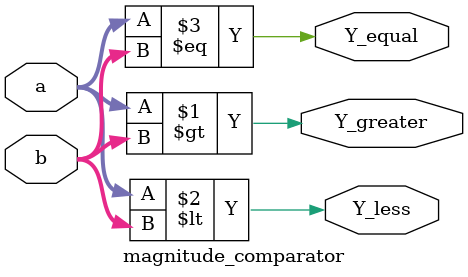
<source format=v>
module magnitude_comparator #(parameter N = 8)(
    input  wire [N-1:0] a,
    input  wire [N-1:0] b,
    output wire         Y_greater,
    output wire         Y_less,
    output wire         Y_equal
);

assign Y_greater = (a > b);
assign Y_less = (a < b);
assign Y_equal = (a == b);

endmodule

</source>
